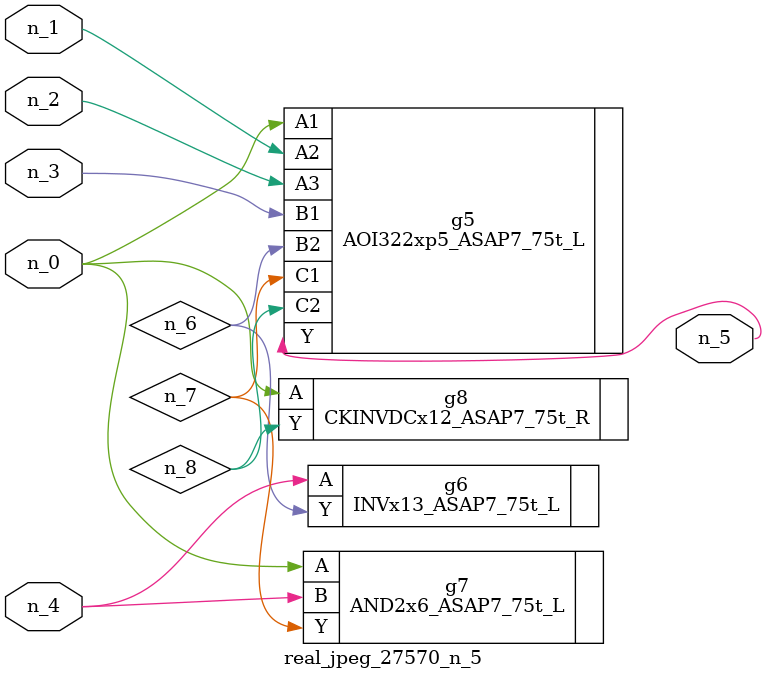
<source format=v>
module real_jpeg_27570_n_5 (n_4, n_0, n_1, n_2, n_3, n_5);

input n_4;
input n_0;
input n_1;
input n_2;
input n_3;

output n_5;

wire n_8;
wire n_6;
wire n_7;

AOI322xp5_ASAP7_75t_L g5 ( 
.A1(n_0),
.A2(n_1),
.A3(n_2),
.B1(n_3),
.B2(n_6),
.C1(n_7),
.C2(n_8),
.Y(n_5)
);

AND2x6_ASAP7_75t_L g7 ( 
.A(n_0),
.B(n_4),
.Y(n_7)
);

CKINVDCx12_ASAP7_75t_R g8 ( 
.A(n_0),
.Y(n_8)
);

INVx13_ASAP7_75t_L g6 ( 
.A(n_4),
.Y(n_6)
);


endmodule
</source>
